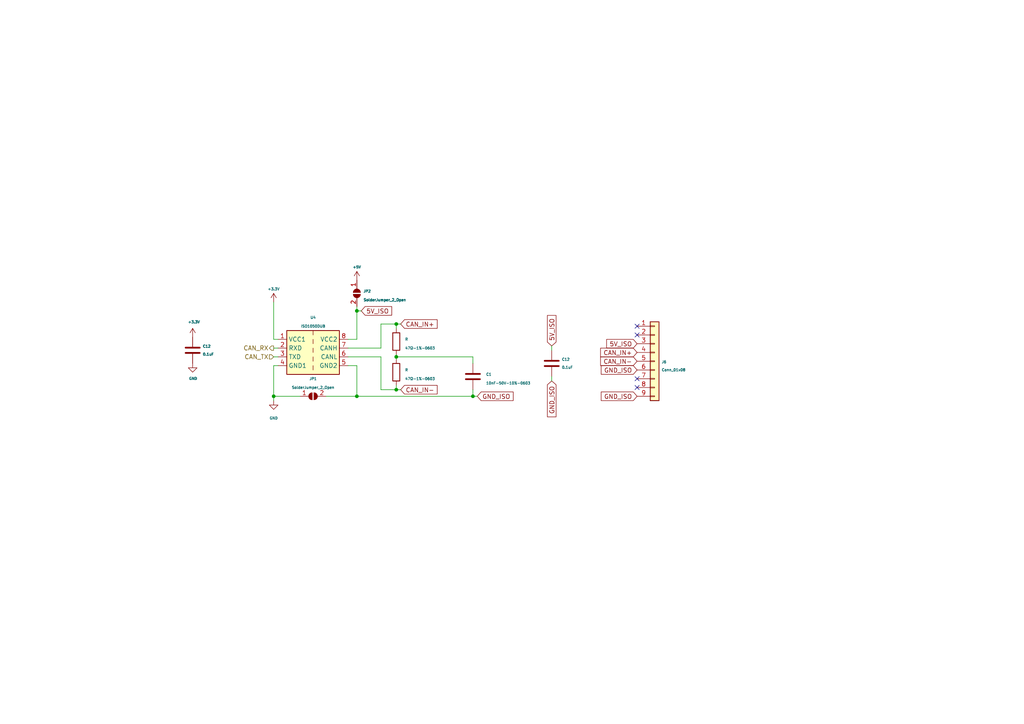
<source format=kicad_sch>
(kicad_sch (version 20230121) (generator eeschema)
  (paper "A4")
  (lib_symbols
    (symbol "Connector_Generic:Conn_01x09" (pin_names (offset 1.016) hide)
      (property "Reference" "J" (at 0 12.7 0))
      (property "Value" "Conn_01x09" (at 0 -12.7 0))
      (symbol "Conn_01x09_1_1"
        (rectangle (start -1.27 -10.033) (end 0 -10.287) (stroke (width 0.1524)))
        (rectangle (start -1.27 -7.493) (end 0 -7.747) (stroke (width 0.1524)))
        (rectangle (start -1.27 -4.953) (end 0 -5.207) (stroke (width 0.1524)))
        (rectangle (start -1.27 -2.413) (end 0 -2.667) (stroke (width 0.1524)))
        (rectangle (start -1.27 0.127) (end 0 -0.127) (stroke (width 0.1524)))
        (rectangle (start -1.27 2.667) (end 0 2.413) (stroke (width 0.1524)))
        (rectangle (start -1.27 5.207) (end 0 4.953) (stroke (width 0.1524)))
        (rectangle (start -1.27 7.747) (end 0 7.493) (stroke (width 0.1524)))
        (rectangle (start -1.27 10.287) (end 0 10.033) (stroke (width 0.1524)))
        (rectangle (start -1.27 11.43) (end 1.27 -11.43) (stroke (width 0.254)) (fill (type background)))
        (pin passive line (at -5.08 10.16 0) (length 3.81) (name "Pin_1") (number "1"))
        (pin passive line (at -5.08 7.62 0) (length 3.81) (name "Pin_2") (number "2"))
        (pin passive line (at -5.08 5.08 0) (length 3.81) (name "Pin_3") (number "3"))
        (pin passive line (at -5.08 2.54 0) (length 3.81) (name "Pin_4") (number "4"))
        (pin passive line (at -5.08 0 0) (length 3.81) (name "Pin_5") (number "5"))
        (pin passive line (at -5.08 -2.54 0) (length 3.81) (name "Pin_6") (number "6"))
        (pin passive line (at -5.08 -5.08 0) (length 3.81) (name "Pin_7") (number "7"))
        (pin passive line (at -5.08 -7.62 0) (length 3.81) (name "Pin_8") (number "8"))
        (pin passive line (at -5.08 -10.16 0) (length 3.81) (name "Pin_9") (number "9"))
      )
    )
    (symbol "Device:C" (pin_numbers hide) (pin_names (offset 0.254))
      (property "Reference" "C" (at 0.635 2.54 0))
      (property "Value" "C" (at 0.635 -2.54 0))
      (symbol "C_0_1"
        (polyline (pts (xy -2.032 -0.762) (xy 2.032 -0.762)) (stroke (width 0.508)))
        (polyline (pts (xy -2.032 0.762) (xy 2.032 0.762)) (stroke (width 0.508)))
      )
      (symbol "C_1_1"
        (pin passive line (at 0 3.81 270) (length 2.794) (name "~") (number "1"))
        (pin passive line (at 0 -3.81 90) (length 2.794) (name "~") (number "2"))
      )
    )
    (symbol "Device:R" (pin_numbers hide) (pin_names (offset 0))
      (property "Reference" "R" (at 2.032 0 90))
      (property "Value" "R" (at 0 0 90))
      (symbol "R_0_1"
        (rectangle (start -1.016 -2.54) (end 1.016 2.54) (stroke (width 0.254)))
      )
      (symbol "R_1_1"
        (pin passive line (at 0 3.81 270) (length 1.27) (name "~") (number "1"))
        (pin passive line (at 0 -3.81 90) (length 1.27) (name "~") (number "2"))
      )
    )
    (symbol "Interface_CAN_LIN:ISO1050DUB"
      (property "Reference" "U" (at -6.35 6.35 0))
      (property "Value" "ISO1050DUB" (at 2.54 6.35 0))
      (symbol "ISO1050DUB_0_1"
        (rectangle (start -7.62 5.08) (end 7.62 -7.62) (stroke (width 0.254)) (fill (type background)))
        (polyline (pts (xy 0 -5.08) (xy 0 -6.35)))
        (polyline (pts (xy 0 -2.54) (xy 0 -3.81)))
        (polyline (pts (xy 0 0) (xy 0 -1.27)))
        (polyline (pts (xy 0 2.54) (xy 0 1.27)))
        (polyline (pts (xy 0 5.08) (xy 0 3.81)))
      )
      (symbol "ISO1050DUB_1_1"
        (pin power_in line (at -10.16 2.54 0) (length 2.54) (name "VCC1") (number "1"))
        (pin output line (at -10.16 0 0) (length 2.54) (name "RXD") (number "2"))
        (pin input line (at -10.16 -2.54 0) (length 2.54) (name "TXD") (number "3"))
        (pin power_in line (at -10.16 -5.08 0) (length 2.54) (name "GND1") (number "4"))
        (pin power_in line (at 10.16 -5.08 180) (length 2.54) (name "GND2") (number "5"))
        (pin bidirectional line (at 10.16 -2.54 180) (length 2.54) (name "CANL") (number "6"))
        (pin bidirectional line (at 10.16 0 180) (length 2.54) (name "CANH") (number "7"))
        (pin power_in line (at 10.16 2.54 180) (length 2.54) (name "VCC2") (number "8"))
      )
    )
    (symbol "Jumper:SolderJumper_2_Open" (pin_names (offset 0) hide)
      (property "Reference" "JP" (at 0 2.032 0))
      (property "Value" "SolderJumper_2_Open" (at 0 -2.54 0))
      (symbol "SolderJumper_2_Open_0_1"
        (arc (start -0.254 1.016) (mid -1.2656 0) (end -0.254 -1.016))
        (arc (start -0.254 1.016) (mid -1.2656 0) (end -0.254 -1.016) (fill (type outline)))
        (polyline (pts (xy -0.254 1.016) (xy -0.254 -1.016)))
        (polyline (pts (xy 0.254 1.016) (xy 0.254 -1.016)))
        (arc (start 0.254 -1.016) (mid 1.2656 0) (end 0.254 1.016))
        (arc (start 0.254 -1.016) (mid 1.2656 0) (end 0.254 1.016) (fill (type outline)))
      )
      (symbol "SolderJumper_2_Open_1_1"
        (pin passive line (at -3.81 0 0) (length 2.54) (name "A") (number "1"))
        (pin passive line (at 3.81 0 180) (length 2.54) (name "B") (number "2"))
      )
    )
    (symbol "power:+3.3V" (power) (pin_names (offset 0))
      (property "Value" "+3.3V" (at 0 3.556 0))
      (symbol "+3.3V_0_1"
        (polyline (pts (xy -0.762 1.27) (xy 0 2.54)))
        (polyline (pts (xy 0 0) (xy 0 2.54)))
        (polyline (pts (xy 0 2.54) (xy 0.762 1.27)))
      )
      (symbol "+3.3V_1_1"
        (pin power_in line (at 0 0 90) (length 0) hide (name "+3.3V") (number "1"))
      )
    )
    (symbol "power:+5V" (power) (pin_names (offset 0))
      (property "Value" "+5V" (at 0 3.556 0))
      (symbol "+5V_0_1"
        (polyline (pts (xy -0.762 1.27) (xy 0 2.54)))
        (polyline (pts (xy 0 0) (xy 0 2.54)))
        (polyline (pts (xy 0 2.54) (xy 0.762 1.27)))
      )
      (symbol "+5V_1_1"
        (pin power_in line (at 0 0 90) (length 0) hide (name "+5V") (number "1"))
      )
    )
    (symbol "power:GND" (power) (pin_names (offset 0))
      (property "Value" "GND" (at 0 -3.81 0))
      (symbol "GND_0_1"
        (polyline (pts (xy 0 0) (xy 0 -1.27) (xy 1.27 -1.27) (xy 0 -2.54) (xy -1.27 -1.27) (xy 0 -1.27)))
      )
      (symbol "GND_1_1"
        (pin power_in line (at 0 0 270) (length 0) hide (name "GND") (number "1"))
      )
    )
  )
  (junction (at 137.16 114.935))
  (junction (at 114.935 103.505))
  (junction (at 114.935 93.98))
  (junction (at 103.505 114.935))
  (junction (at 114.935 113.03))
  (junction (at 103.505 90.17))
  (junction (at 79.375 114.935))
  (no_connect (at 184.785 112.395))
  (no_connect (at 184.785 109.855))
  (no_connect (at 184.785 94.615))
  (no_connect (at 184.785 97.155))
  (wire (pts (xy 110.49 113.03) (xy 114.935 113.03)))
  (wire (pts (xy 103.505 106.045) (xy 100.965 106.045)))
  (wire (pts (xy 100.965 100.965) (xy 110.49 100.965)))
  (wire (pts (xy 160.02 100.33) (xy 160.02 101.6)))
  (wire (pts (xy 110.49 103.505) (xy 110.49 113.03)))
  (wire (pts (xy 137.16 114.935) (xy 138.43 114.935)))
  (wire (pts (xy 103.505 114.935) (xy 103.505 106.045)))
  (wire (pts (xy 110.49 103.505) (xy 100.965 103.505)))
  (wire (pts (xy 79.375 100.965) (xy 80.645 100.965)))
  (wire (pts (xy 114.935 113.03) (xy 116.205 113.03)))
  (wire (pts (xy 110.49 100.965) (xy 110.49 93.98)))
  (wire (pts (xy 80.645 106.045) (xy 79.375 106.045)))
  (wire (pts (xy 114.935 102.87) (xy 114.935 103.505)))
  (wire (pts (xy 160.02 109.22) (xy 160.02 110.49)))
  (wire (pts (xy 114.935 93.98) (xy 116.205 93.98)))
  (wire (pts (xy 114.935 111.76) (xy 114.935 113.03)))
  (wire (pts (xy 79.375 116.205) (xy 79.375 114.935)))
  (wire (pts (xy 80.645 98.425) (xy 79.375 98.425)))
  (wire (pts (xy 79.375 114.935) (xy 86.995 114.935)))
  (wire (pts (xy 103.505 114.935) (xy 137.16 114.935)))
  (wire (pts (xy 103.505 98.425) (xy 100.965 98.425)))
  (wire (pts (xy 103.505 90.17) (xy 103.505 98.425)))
  (wire (pts (xy 79.375 106.045) (xy 79.375 114.935)))
  (wire (pts (xy 137.16 105.41) (xy 137.16 103.505)))
  (wire (pts (xy 110.49 93.98) (xy 114.935 93.98)))
  (wire (pts (xy 79.375 87.63) (xy 79.375 98.425)))
  (wire (pts (xy 137.16 114.935) (xy 137.16 113.03)))
  (wire (pts (xy 103.505 88.9) (xy 103.505 90.17)))
  (wire (pts (xy 94.615 114.935) (xy 103.505 114.935)))
  (wire (pts (xy 79.375 103.505) (xy 80.645 103.505)))
  (wire (pts (xy 114.935 93.98) (xy 114.935 95.25)))
  (wire (pts (xy 114.935 103.505) (xy 114.935 104.14)))
  (wire (pts (xy 103.505 90.17) (xy 104.775 90.17)))
  (wire (pts (xy 137.16 103.505) (xy 114.935 103.505)))
  (global_label "5V_ISO" (shape input) (at 184.785 99.695 180) (property "Intersheetrefs" "${INTERSHEET_REFS}" (effects hide)))
  (global_label "GND_ISO" (shape input) (at 160.02 110.49 270) (property "Intersheetrefs" "${INTERSHEET_REFS}" (effects hide)))
  (global_label "GND_ISO" (shape input) (at 184.785 114.935 180) (property "Intersheetrefs" "${INTERSHEET_REFS}" (effects hide)))
  (global_label "GND_ISO" (shape input) (at 184.785 107.315 180) (property "Intersheetrefs" "${INTERSHEET_REFS}" (effects hide)))
  (global_label "GND_ISO" (shape input) (at 138.43 114.935 0) (property "Intersheetrefs" "${INTERSHEET_REFS}" (effects hide)))
  (global_label "CAN_IN-" (shape input) (at 184.785 104.775 180) (property "Intersheetrefs" "${INTERSHEET_REFS}" (effects hide)))
  (global_label "5V_ISO" (shape input) (at 104.775 90.17 0) (property "Intersheetrefs" "${INTERSHEET_REFS}" (effects hide)))
  (global_label "CAN_IN+" (shape input) (at 116.205 93.98 0) (property "Intersheetrefs" "${INTERSHEET_REFS}" (effects hide)))
  (global_label "CAN_IN+" (shape input) (at 184.785 102.235 180) (property "Intersheetrefs" "${INTERSHEET_REFS}" (effects hide)))
  (global_label "CAN_IN-" (shape input) (at 116.205 113.03 0) (property "Intersheetrefs" "${INTERSHEET_REFS}" (effects hide)))
  (global_label "5V_ISO" (shape input) (at 160.02 100.33 90) (property "Intersheetrefs" "${INTERSHEET_REFS}" (effects hide)))
  (hierarchical_label "CAN_TX" (shape input) (at 79.375 103.505 180))
  (hierarchical_label "CAN_RX" (shape output) (at 79.375 100.965 180))
  (symbol (lib_id "Device:R") (at 114.935 107.95 0) (unit 1)
    (property "Reference" "R" (at 117.475 107.315 0) (effects (font (size 0.75 0.75)) (justify left)))
    (property "Value" "47Ω-1%-0603" (at 117.475 109.855 0) (effects (font (size 0.75 0.75)) (justify left)))
    (property "Footprint" "Resistor_SMD:R_0603_1608Metric" (effects hide))
    (property "Datasheet" "0603WAF470JT5E" (effects hide))
    (property "LCSC" "C23182" (effects hide))
    (property "MPN" "C23182" (effects hide))
    (instances (project "Knockoff Inverter" (path "" (reference "R") (unit 1)) (path "" (reference "R5") (unit 1)) (path "" (reference "R5") (unit 1))))
  )
  (symbol (lib_id "Device:C") (at 160.02 105.41 0) (unit 1)
    (property "Reference" "C12" (at 162.941 104.2416 0) (effects (font (size 0.75 0.75)) (justify left)))
    (property "Value" "0.1uF" (at 162.941 106.553 0) (effects (font (size 0.75 0.75)) (justify left)))
    (property "Footprint" "Capacitor_SMD:C_0603_1608Metric" (effects hide))
    (property "LCSC" "C14663" (effects hide))
    (property "MPN" "C14663" (effects hide))
    (instances (project "Knockoff Inverter" (path "" (reference "C12") (unit 1)) (path "" (reference "C12") (unit 1)) (path "" (reference "C66") (unit 1))) (project "DRV8350S_Double" (path "" (reference "C87") (unit 1))))
  )
  (symbol (lib_id "Device:C") (at 137.16 109.22 180) (unit 1)
    (property "Reference" "C1" (at 140.97 108.585 0) (effects (font (size 0.75 0.75)) (justify right)))
    (property "Value" "10nF-50V-10%-0603" (at 140.97 111.125 0) (effects (font (size 0.75 0.75)) (justify right)))
    (property "Footprint" "Capacitor_SMD:C_0603_1608Metric" (effects hide))
    (property "Datasheet" "https://www.lcsc.com/product-detail/Multilayer-Ceramic-Capacitors-MLCC-SMD-SMT_FH-Guangdong-Fenghua-Advanced-Tech-0603B103K500NT_C57112.html" (effects hide))
    (property "LCSC" "C57112" (effects hide))
    (property "MPN" "C57112" (effects hide))
    (instances (project "Knockoff Inverter" (path "" (reference "C1") (unit 1)) (path "" (reference "C3") (unit 1)) (path "" (reference "C10") (unit 1)) (path "" (reference "C10") (unit 1))))
  )
  (symbol (lib_id "Interface_CAN_LIN:ISO1050DUB") (at 90.805 100.965 0) (unit 1)
    (property "Reference" "U4" (at 90.805 92.075 0) (effects (font (size 0.75 0.75))))
    (property "Value" "ISO1050DUB" (at 90.805 94.615 0) (effects (font (size 0.75 0.75))))
    (property "Footprint" "_Home_Grow:SOP-8_6.62x9.15mm_P2.54mm" (effects hide))
    (property "Datasheet" "http://www.ti.com/lit/ds/symlink/iso1050.pdf" (effects hide))
    (property "LCSC" "C16428" (effects hide))
    (property "MPN" "C16428" (effects hide))
  )
  (symbol (lib_id "power:+5V") (at 103.505 81.28 0) (unit 1)
    (property "Reference" "#PWR046" (effects hide))
    (property "Value" "+5V" (at 103.505 77.47 0) (effects (font (size 0.75 0.75))))
  )
  (symbol (lib_id "power:+3.3V") (at 55.88 97.79 0) (unit 1)
    (property "Reference" "#PWR041" (effects hide))
    (property "Value" "+3.3V" (at 56.261 93.3958 0) (effects (font (size 0.75 0.75))))
    (instances (project "Knockoff Inverter" (path "" (reference "#PWR041") (unit 1)) (path "" (reference "#PWR038") (unit 1)) (path "" (reference "#PWR0151") (unit 1))) (project "DRV8350S_Double" (path "" (reference "#PWR0181") (unit 1))))
  )
  (symbol (lib_id "power:GND") (at 79.375 116.205 0) (unit 1)
    (property "Reference" "#PWR05" (effects hide))
    (property "Value" "GND" (at 79.375 121.285 0) (effects (font (size 0.75 0.75))))
    (instances (project "Knockoff Inverter" (path "" (reference "#PWR05") (unit 1)) (path "" (reference "#PWR028") (unit 1)) (path "" (reference "#PWR030") (unit 1))))
  )
  (symbol (lib_id "Device:R") (at 114.935 99.06 0) (unit 1)
    (property "Reference" "R" (at 117.475 98.425 0) (effects (font (size 0.75 0.75)) (justify left)))
    (property "Value" "47Ω-1%-0603" (at 117.475 100.965 0) (effects (font (size 0.75 0.75)) (justify left)))
    (property "Footprint" "Resistor_SMD:R_0603_1608Metric" (effects hide))
    (property "Datasheet" "0603WAF470JT5E" (effects hide))
    (property "LCSC" "C23182" (effects hide))
    (property "MPN" "C23182" (effects hide))
    (instances (project "Knockoff Inverter" (path "" (reference "R") (unit 1)) (path "" (reference "R6") (unit 1)) (path "" (reference "R4") (unit 1))))
  )
  (symbol (lib_id "Device:C") (at 55.88 101.6 0) (unit 1)
    (property "Reference" "C12" (at 58.801 100.4316 0) (effects (font (size 0.75 0.75)) (justify left)))
    (property "Value" "0.1uF" (at 58.801 102.743 0) (effects (font (size 0.75 0.75)) (justify left)))
    (property "Footprint" "Capacitor_SMD:C_0603_1608Metric" (effects hide))
    (property "LCSC" "C14663" (effects hide))
    (property "MPN" "C14663" (effects hide))
    (instances (project "Knockoff Inverter" (path "" (reference "C12") (unit 1)) (path "" (reference "C12") (unit 1)) (path "" (reference "C65") (unit 1))) (project "DRV8350S_Double" (path "" (reference "C87") (unit 1))))
  )
  (symbol (lib_id "Jumper:SolderJumper_2_Open") (at 90.805 114.935 0) (unit 1)
    (property "Reference" "JP1" (at 90.805 109.855 0) (effects (font (size 0.75 0.75))))
    (property "Value" "SolderJumper_2_Open" (at 90.805 112.395 0) (effects (font (size 0.75 0.75))))
    (property "Footprint" "Jumper:SolderJumper-2_P1.3mm_Open_RoundedPad1.0x1.5mm" (effects hide))
    (instances (project "Knockoff Inverter" (path "" (reference "JP1") (unit 1)) (path "" (reference "JP2") (unit 1))))
  )
  (symbol (lib_id "power:GND") (at 55.88 105.41 0) (unit 1)
    (property "Reference" "#PWR042" (effects hide))
    (property "Value" "GND" (at 56.007 109.8042 0) (effects (font (size 0.75 0.75))))
    (instances (project "Knockoff Inverter" (path "" (reference "#PWR042") (unit 1)) (path "" (reference "#PWR039") (unit 1)) (path "" (reference "#PWR0196") (unit 1))) (project "DRV8350S_Double" (path "" (reference "#PWR0182") (unit 1))))
  )
  (symbol (lib_id "Jumper:SolderJumper_2_Open") (at 103.505 85.09 270) (unit 1)
    (property "Reference" "JP2" (at 105.41 84.455 90) (effects (font (size 0.75 0.75)) (justify left)))
    (property "Value" "SolderJumper_2_Open" (at 105.41 86.995 90) (effects (font (size 0.75 0.75)) (justify left)))
    (property "Footprint" "Jumper:SolderJumper-2_P1.3mm_Open_RoundedPad1.0x1.5mm" (effects hide))
    (instances (project "Knockoff Inverter" (path "" (reference "JP2") (unit 1)) (path "" (reference "JP1") (unit 1))))
  )
  (symbol (lib_id "power:+3.3V") (at 79.375 87.63 0) (unit 1)
    (property "Reference" "#PWR06" (effects hide))
    (property "Value" "+3.3V" (at 79.375 83.82 0) (effects (font (size 0.75 0.75))))
    (instances (project "Knockoff Inverter" (path "" (reference "#PWR06") (unit 1)) (path "" (reference "#PWR030") (unit 1)) (path "" (reference "#PWR028") (unit 1))))
  )
  (symbol (lib_id "Connector_Generic:Conn_01x09") (at 189.865 104.775 0) (unit 1)
    (property "Reference" "J6" (at 191.897 104.9782 0) (effects (font (size 0.75 0.75)) (justify left)))
    (property "Value" "Conn_01x08" (at 191.897 107.2896 0) (effects (font (size 0.75 0.75)) (justify left)))
    (property "Footprint" "_Home_Grow:RJ45_Molex_0855135013_Vertical" (effects hide))
    (instances (project "Knockoff Inverter" (path "" (reference "J6") (unit 1))) (project "DRV8350S_Double" (path "" (reference "J18") (unit 1))))
  )
)
</source>
